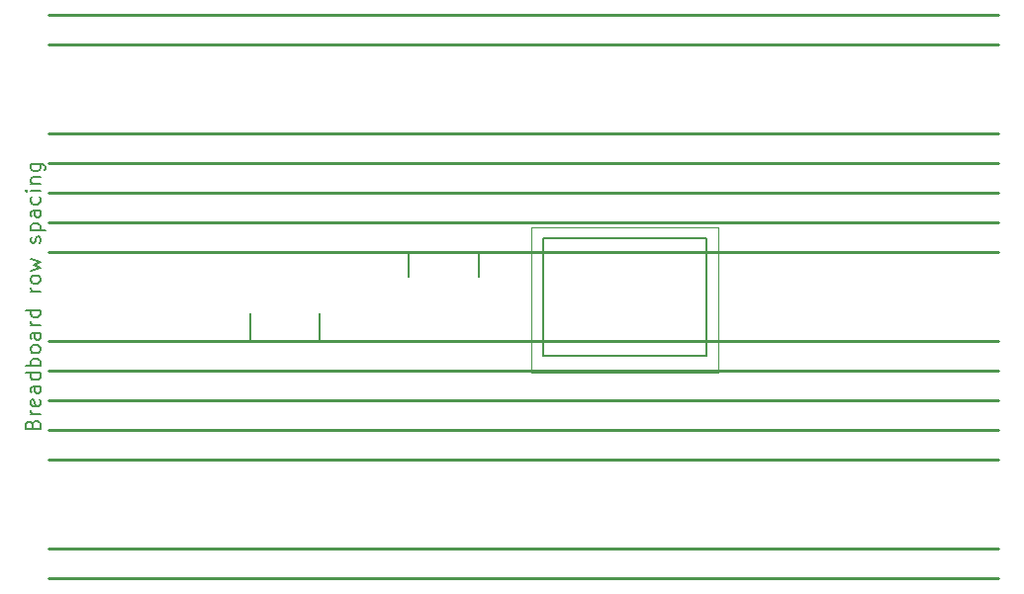
<source format=gbr>
%TF.GenerationSoftware,KiCad,Pcbnew,5.1.10*%
%TF.CreationDate,2021-05-04T23:01:40-04:00*%
%TF.ProjectId,NINA-W102_minimal_breakout,4e494e41-2d57-4313-9032-5f6d696e696d,0.5*%
%TF.SameCoordinates,Original*%
%TF.FileFunction,OtherDrawing,Comment*%
%FSLAX46Y46*%
G04 Gerber Fmt 4.6, Leading zero omitted, Abs format (unit mm)*
G04 Created by KiCad (PCBNEW 5.1.10) date 2021-05-04 23:01:40*
%MOMM*%
%LPD*%
G01*
G04 APERTURE LIST*
%ADD10C,0.127000*%
%ADD11C,0.100000*%
%ADD12C,0.200000*%
%ADD13C,0.254000*%
%ADD14C,0.203200*%
G04 APERTURE END LIST*
D10*
%TO.C,SW2*%
X125117860Y-104731820D02*
X125117860Y-102532180D01*
X131117340Y-104731820D02*
X131117340Y-102532180D01*
%TO.C,SW1*%
X117553740Y-107866180D02*
X117553740Y-110065820D01*
X111554260Y-107866180D02*
X111554260Y-110065820D01*
D11*
%TO.C,U1*%
X135637000Y-112930000D02*
X135637000Y-100430000D01*
X151637000Y-112930000D02*
X135637000Y-112930000D01*
X151637000Y-100430000D02*
X151637000Y-112930000D01*
X135637000Y-100430000D02*
X151637000Y-100430000D01*
D12*
X136637000Y-111430000D02*
X136637000Y-101430000D01*
X150637000Y-111430000D02*
X136637000Y-111430000D01*
X150637000Y-101430000D02*
X150637000Y-111430000D01*
X136637000Y-101430000D02*
X150637000Y-101430000D01*
D13*
%TO.C,*%
X94330000Y-84810000D02*
X175600000Y-84810000D01*
X94330000Y-82270000D02*
X175600000Y-82270000D01*
X94330000Y-94970000D02*
X175600000Y-94970000D01*
X94330000Y-97510000D02*
X175600000Y-97510000D01*
X94330000Y-100050000D02*
X175600000Y-100050000D01*
X94330000Y-102590000D02*
X175600000Y-102590000D01*
X94330000Y-92430000D02*
X175600000Y-92430000D01*
X94330000Y-110210000D02*
X175600000Y-110210000D01*
X94330000Y-112750000D02*
X175600000Y-112750000D01*
X94330000Y-115290000D02*
X175600000Y-115290000D01*
X94330000Y-117830000D02*
X175600000Y-117830000D01*
X94330000Y-120370000D02*
X175600000Y-120370000D01*
X94330000Y-127990000D02*
X175600000Y-127990000D01*
X94330000Y-130530000D02*
X175600000Y-130530000D01*
%TD*%
%TO.C,*%
D14*
X92969285Y-117346190D02*
X93029761Y-117164761D01*
X93090238Y-117104285D01*
X93211190Y-117043809D01*
X93392619Y-117043809D01*
X93513571Y-117104285D01*
X93574047Y-117164761D01*
X93634523Y-117285714D01*
X93634523Y-117769523D01*
X92364523Y-117769523D01*
X92364523Y-117346190D01*
X92425000Y-117225238D01*
X92485476Y-117164761D01*
X92606428Y-117104285D01*
X92727380Y-117104285D01*
X92848333Y-117164761D01*
X92908809Y-117225238D01*
X92969285Y-117346190D01*
X92969285Y-117769523D01*
X93634523Y-116499523D02*
X92787857Y-116499523D01*
X93029761Y-116499523D02*
X92908809Y-116439047D01*
X92848333Y-116378571D01*
X92787857Y-116257619D01*
X92787857Y-116136666D01*
X93574047Y-115229523D02*
X93634523Y-115350476D01*
X93634523Y-115592380D01*
X93574047Y-115713333D01*
X93453095Y-115773809D01*
X92969285Y-115773809D01*
X92848333Y-115713333D01*
X92787857Y-115592380D01*
X92787857Y-115350476D01*
X92848333Y-115229523D01*
X92969285Y-115169047D01*
X93090238Y-115169047D01*
X93211190Y-115773809D01*
X93634523Y-114080476D02*
X92969285Y-114080476D01*
X92848333Y-114140952D01*
X92787857Y-114261904D01*
X92787857Y-114503809D01*
X92848333Y-114624761D01*
X93574047Y-114080476D02*
X93634523Y-114201428D01*
X93634523Y-114503809D01*
X93574047Y-114624761D01*
X93453095Y-114685238D01*
X93332142Y-114685238D01*
X93211190Y-114624761D01*
X93150714Y-114503809D01*
X93150714Y-114201428D01*
X93090238Y-114080476D01*
X93634523Y-112931428D02*
X92364523Y-112931428D01*
X93574047Y-112931428D02*
X93634523Y-113052380D01*
X93634523Y-113294285D01*
X93574047Y-113415238D01*
X93513571Y-113475714D01*
X93392619Y-113536190D01*
X93029761Y-113536190D01*
X92908809Y-113475714D01*
X92848333Y-113415238D01*
X92787857Y-113294285D01*
X92787857Y-113052380D01*
X92848333Y-112931428D01*
X93634523Y-112326666D02*
X92364523Y-112326666D01*
X92848333Y-112326666D02*
X92787857Y-112205714D01*
X92787857Y-111963809D01*
X92848333Y-111842857D01*
X92908809Y-111782380D01*
X93029761Y-111721904D01*
X93392619Y-111721904D01*
X93513571Y-111782380D01*
X93574047Y-111842857D01*
X93634523Y-111963809D01*
X93634523Y-112205714D01*
X93574047Y-112326666D01*
X93634523Y-110996190D02*
X93574047Y-111117142D01*
X93513571Y-111177619D01*
X93392619Y-111238095D01*
X93029761Y-111238095D01*
X92908809Y-111177619D01*
X92848333Y-111117142D01*
X92787857Y-110996190D01*
X92787857Y-110814761D01*
X92848333Y-110693809D01*
X92908809Y-110633333D01*
X93029761Y-110572857D01*
X93392619Y-110572857D01*
X93513571Y-110633333D01*
X93574047Y-110693809D01*
X93634523Y-110814761D01*
X93634523Y-110996190D01*
X93634523Y-109484285D02*
X92969285Y-109484285D01*
X92848333Y-109544761D01*
X92787857Y-109665714D01*
X92787857Y-109907619D01*
X92848333Y-110028571D01*
X93574047Y-109484285D02*
X93634523Y-109605238D01*
X93634523Y-109907619D01*
X93574047Y-110028571D01*
X93453095Y-110089047D01*
X93332142Y-110089047D01*
X93211190Y-110028571D01*
X93150714Y-109907619D01*
X93150714Y-109605238D01*
X93090238Y-109484285D01*
X93634523Y-108879523D02*
X92787857Y-108879523D01*
X93029761Y-108879523D02*
X92908809Y-108819047D01*
X92848333Y-108758571D01*
X92787857Y-108637619D01*
X92787857Y-108516666D01*
X93634523Y-107549047D02*
X92364523Y-107549047D01*
X93574047Y-107549047D02*
X93634523Y-107670000D01*
X93634523Y-107911904D01*
X93574047Y-108032857D01*
X93513571Y-108093333D01*
X93392619Y-108153809D01*
X93029761Y-108153809D01*
X92908809Y-108093333D01*
X92848333Y-108032857D01*
X92787857Y-107911904D01*
X92787857Y-107670000D01*
X92848333Y-107549047D01*
X93634523Y-105976666D02*
X92787857Y-105976666D01*
X93029761Y-105976666D02*
X92908809Y-105916190D01*
X92848333Y-105855714D01*
X92787857Y-105734761D01*
X92787857Y-105613809D01*
X93634523Y-105009047D02*
X93574047Y-105130000D01*
X93513571Y-105190476D01*
X93392619Y-105250952D01*
X93029761Y-105250952D01*
X92908809Y-105190476D01*
X92848333Y-105130000D01*
X92787857Y-105009047D01*
X92787857Y-104827619D01*
X92848333Y-104706666D01*
X92908809Y-104646190D01*
X93029761Y-104585714D01*
X93392619Y-104585714D01*
X93513571Y-104646190D01*
X93574047Y-104706666D01*
X93634523Y-104827619D01*
X93634523Y-105009047D01*
X92787857Y-104162380D02*
X93634523Y-103920476D01*
X93029761Y-103678571D01*
X93634523Y-103436666D01*
X92787857Y-103194761D01*
X93574047Y-101803809D02*
X93634523Y-101682857D01*
X93634523Y-101440952D01*
X93574047Y-101320000D01*
X93453095Y-101259523D01*
X93392619Y-101259523D01*
X93271666Y-101320000D01*
X93211190Y-101440952D01*
X93211190Y-101622380D01*
X93150714Y-101743333D01*
X93029761Y-101803809D01*
X92969285Y-101803809D01*
X92848333Y-101743333D01*
X92787857Y-101622380D01*
X92787857Y-101440952D01*
X92848333Y-101320000D01*
X92787857Y-100715238D02*
X94057857Y-100715238D01*
X92848333Y-100715238D02*
X92787857Y-100594285D01*
X92787857Y-100352380D01*
X92848333Y-100231428D01*
X92908809Y-100170952D01*
X93029761Y-100110476D01*
X93392619Y-100110476D01*
X93513571Y-100170952D01*
X93574047Y-100231428D01*
X93634523Y-100352380D01*
X93634523Y-100594285D01*
X93574047Y-100715238D01*
X93634523Y-99021904D02*
X92969285Y-99021904D01*
X92848333Y-99082380D01*
X92787857Y-99203333D01*
X92787857Y-99445238D01*
X92848333Y-99566190D01*
X93574047Y-99021904D02*
X93634523Y-99142857D01*
X93634523Y-99445238D01*
X93574047Y-99566190D01*
X93453095Y-99626666D01*
X93332142Y-99626666D01*
X93211190Y-99566190D01*
X93150714Y-99445238D01*
X93150714Y-99142857D01*
X93090238Y-99021904D01*
X93574047Y-97872857D02*
X93634523Y-97993809D01*
X93634523Y-98235714D01*
X93574047Y-98356666D01*
X93513571Y-98417142D01*
X93392619Y-98477619D01*
X93029761Y-98477619D01*
X92908809Y-98417142D01*
X92848333Y-98356666D01*
X92787857Y-98235714D01*
X92787857Y-97993809D01*
X92848333Y-97872857D01*
X93634523Y-97328571D02*
X92787857Y-97328571D01*
X92364523Y-97328571D02*
X92425000Y-97389047D01*
X92485476Y-97328571D01*
X92425000Y-97268095D01*
X92364523Y-97328571D01*
X92485476Y-97328571D01*
X92787857Y-96723809D02*
X93634523Y-96723809D01*
X92908809Y-96723809D02*
X92848333Y-96663333D01*
X92787857Y-96542380D01*
X92787857Y-96360952D01*
X92848333Y-96240000D01*
X92969285Y-96179523D01*
X93634523Y-96179523D01*
X92787857Y-95030476D02*
X93815952Y-95030476D01*
X93936904Y-95090952D01*
X93997380Y-95151428D01*
X94057857Y-95272380D01*
X94057857Y-95453809D01*
X93997380Y-95574761D01*
X93574047Y-95030476D02*
X93634523Y-95151428D01*
X93634523Y-95393333D01*
X93574047Y-95514285D01*
X93513571Y-95574761D01*
X93392619Y-95635238D01*
X93029761Y-95635238D01*
X92908809Y-95574761D01*
X92848333Y-95514285D01*
X92787857Y-95393333D01*
X92787857Y-95151428D01*
X92848333Y-95030476D01*
%TD*%
M02*

</source>
